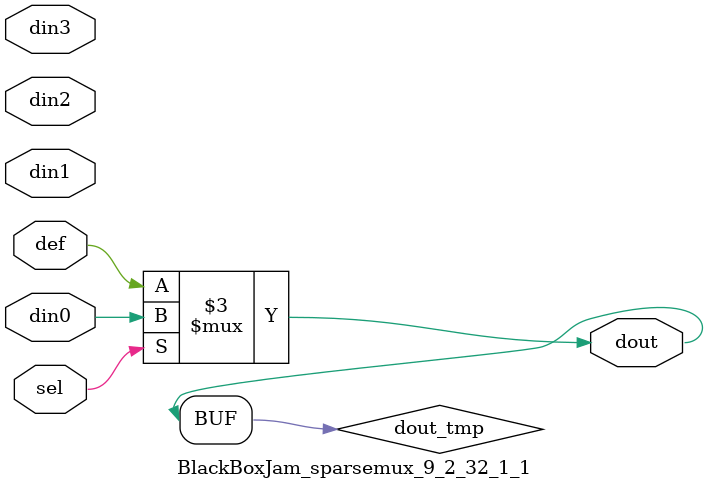
<source format=v>
`timescale 1ns / 1ps

module BlackBoxJam_sparsemux_9_2_32_1_1 (din0,din1,din2,din3,def,sel,dout);

parameter din0_WIDTH = 1;

parameter din1_WIDTH = 1;

parameter din2_WIDTH = 1;

parameter din3_WIDTH = 1;

parameter def_WIDTH = 1;
parameter sel_WIDTH = 1;
parameter dout_WIDTH = 1;

parameter [sel_WIDTH-1:0] CASE0 = 1;

parameter [sel_WIDTH-1:0] CASE1 = 1;

parameter [sel_WIDTH-1:0] CASE2 = 1;

parameter [sel_WIDTH-1:0] CASE3 = 1;

parameter ID = 1;
parameter NUM_STAGE = 1;



input [din0_WIDTH-1:0] din0;

input [din1_WIDTH-1:0] din1;

input [din2_WIDTH-1:0] din2;

input [din3_WIDTH-1:0] din3;

input [def_WIDTH-1:0] def;
input [sel_WIDTH-1:0] sel;

output [dout_WIDTH-1:0] dout;



reg [dout_WIDTH-1:0] dout_tmp;

always @ (*) begin
case (sel)
    
    CASE0 : dout_tmp = din0;
    
    CASE1 : dout_tmp = din1;
    
    CASE2 : dout_tmp = din2;
    
    CASE3 : dout_tmp = din3;
    
    default : dout_tmp = def;
endcase
end


assign dout = dout_tmp;



endmodule

</source>
